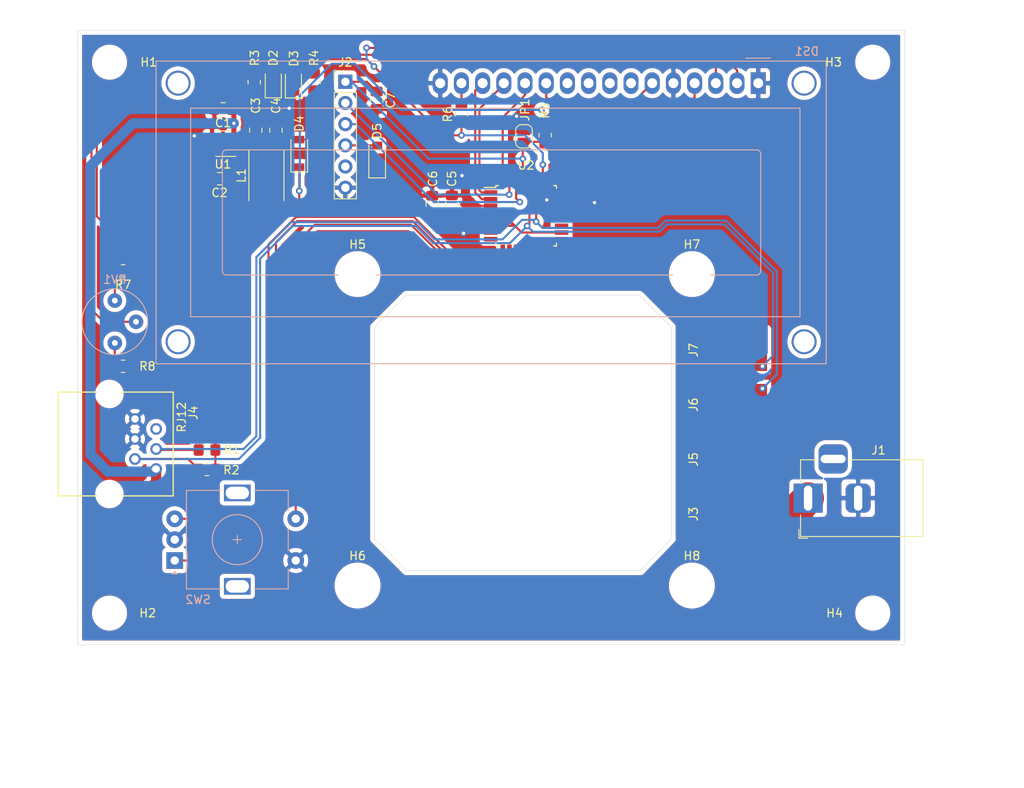
<source format=kicad_pcb>
(kicad_pcb (version 20171130) (host pcbnew 5.1.10-88a1d61d58~90~ubuntu20.04.1)
  (title_block (title Simple-Screen) (date 2021-08-05) (rev 1.1.0) (company Hackuarium))
  (layers (0 F.Cu signal) (31 B.Cu signal) (34 B.Paste user hide) (35 F.Paste user) (36 B.SilkS user) (37 F.SilkS user) (38 B.Mask user hide) (39 F.Mask user) (44 Edge.Cuts user))
  (net 0 "")
  (net 1 GND)
  (net 2 12V)
  (net 3 "Net-(C2-Pad1)")
  (net 4 "Net-(C2-Pad2)")
  (net 5 VIN)
  (net 6 "Net-(D2-Pad2)")
  (net 7 "Net-(D3-Pad2)")
  (net 8 "Net-(DS1-Pad3)")
  (net 9 D3)
  (net 10 D2)
  (net 11 "Net-(DS1-Pad7)")
  (net 12 "Net-(DS1-Pad8)")
  (net 13 "Net-(DS1-Pad9)")
  (net 14 "Net-(DS1-Pad10)")
  (net 15 D4)
  (net 16 D5)
  (net 17 D6)
  (net 18 D7)
  (net 19 "Net-(DS1-Pad15)")
  (net 20 "Net-(J1-Pad3)")
  (net 21 MISO)
  (net 22 SCK)
  (net 23 MOSI)
  (net 24 ~RESET)
  (net 25 SCL)
  (net 26 SDA)
  (net 27 "Net-(J4-Pad5)")
  (net 28 "Net-(R7-Pad2)")
  (net 29 "Net-(R8-Pad1)")
  (net 30 C2)
  (net 31 C1)
  (net 32 C0)
  (net 33 "Net-(U2-Pad7)")
  (net 34 "Net-(U2-Pad8)")
  (net 35 "Net-(U2-Pad12)")
  (net 36 "Net-(U2-Pad13)")
  (net 37 "Net-(U2-Pad14)")
  (net 38 "Net-(U2-Pad19)")
  (net 39 "Net-(U2-Pad20)")
  (net 40 "Net-(U2-Pad22)")
  (net 41 C3)
  (net 42 "/Sheet 5 V Step-down/5V")
  (net 43 "Net-(D5-Pad2)")
  (net 44 "Net-(J2-Pad5)")
  (net 45 RX)
  (net 46 TX)
  (module Connector_Wire:SolderWirePad_1x01_SMD_5x10mm (layer F.Cu) (at 77.584 -35.3345 90)
    (fp_text reference J7 (at 0 -3.81 90) (layer F.SilkS))
    (fp_text value Conn_01x01)
    (pad 1 smd rect (at 0 0 90) (size 5 10) (layers F.Cu F.Paste F.Mask) (net 25 SCL))
  )
  (module Connector_Wire:SolderWirePad_1x01_SMD_5x10mm (layer F.Cu) (at 77.584 -28.7845 90)
    (fp_text reference J6 (at 0 -3.81 90) (layer F.SilkS))
    (fp_text value Conn_01x01)
    (pad 1 smd rect (at 0 0 90) (size 5 10) (layers F.Cu F.Paste F.Mask) (net 26 SDA))
  )
  (module Connector_Wire:SolderWirePad_1x01_SMD_5x10mm (layer F.Cu) (at 77.584 -22.2345 90)
    (fp_text reference J5 (at 0 -3.81 90) (layer F.SilkS))
    (fp_text value Conn_01x01)
    (pad 1 smd rect (at 0 0 90) (size 5 10) (layers F.Cu F.Paste F.Mask) (net 1 GND))
  )
  (module Connector_Wire:SolderWirePad_1x01_SMD_5x10mm (layer F.Cu) (at 77.584 -15.6845 90)
    (fp_text reference J3 (at 0 -3.81 90) (layer F.SilkS))
    (fp_text value Conn_01x01)
    (pad 1 smd rect (at 0 0 90) (size 5 10) (layers F.Cu F.Paste F.Mask) (net 2 12V))
  )
  (module Jumper:SolderJumper-2_P1.3mm_Open_RoundedPad1.0x1.5mm (layer F.Cu) (at 53.467 -60.96 270)
    (fp_text reference JP1 (at -3.175 -0.127 90) (layer F.SilkS))
    (fp_text value SolderJumper_2_Open)
    (pad 2 smd custom (at 0.65 0 270) (size 1 0.5) (layers F.Cu F.Mask) (net 24 ~RESET) (options (clearance outline) (anchor rect)) (primitives (gr_circle (center 0 0.25) (end 0.5 0.25) (width 0)) (gr_circle (center 0 -0.25) (end 0.5 -0.25) (width 0)) (gr_poly (pts (xy 0 -0.75) (xy -0.5 -0.75) (xy -0.5 0.75) (xy 0 0.75)) (width 0))))
    (pad 1 smd custom (at -0.65 0 270) (size 1 0.5) (layers F.Cu F.Mask) (net 1 GND) (options (clearance outline) (anchor rect)) (primitives (gr_circle (center 0 0.25) (end 0.5 0.25) (width 0)) (gr_circle (center 0 -0.25) (end 0.5 -0.25) (width 0)) (gr_poly (pts (xy 0 -0.75) (xy 0.5 -0.75) (xy 0.5 0.75) (xy 0 0.75)) (width 0))))
  )
  (module MountingHole:MountingHole_4.5mm (layer F.Cu) (at 73.584 -7.112)
    (fp_text reference H8 (at 0 -3.556) (layer F.SilkS))
    (fp_text value MountingHole)
    (pad 1 np_thru_hole circle (at 0 0) (size 4.5 4.5) (drill 4.5) (layers *.Cu *.Mask))
  )
  (module MountingHole:MountingHole_4.5mm (layer F.Cu) (at 73.584 -44.45)
    (fp_text reference H7 (at 0 -3.556) (layer F.SilkS))
    (fp_text value MountingHole)
    (pad 1 np_thru_hole circle (at 0 0) (size 4.5 4.5) (drill 4.5) (layers *.Cu *.Mask))
  )
  (module MountingHole:MountingHole_4.5mm (layer F.Cu) (at 33.528 -7.112)
    (fp_text reference H6 (at 0 -3.556) (layer F.SilkS))
    (fp_text value MountingHole)
    (pad 1 np_thru_hole circle (at 0 0) (size 4.5 4.5) (drill 4.5) (layers *.Cu *.Mask))
  )
  (module MountingHole:MountingHole_4.5mm (layer F.Cu) (at 33.528 -44.45)
    (fp_text reference H5 (at 0 -3.556) (layer F.SilkS))
    (fp_text value MountingHole)
    (pad 1 np_thru_hole circle (at 0 0) (size 4.5 4.5) (drill 4.5) (layers *.Cu *.Mask))
  )
  (module Connector_PinHeader_2.54mm:PinHeader_1x06_P2.54mm_Vertical (layer F.Cu) (at 32.065 -67.506)
    (fp_text reference J2 (at 0 -2.33) (layer F.SilkS))
    (fp_text value Conn_01x06)
    (pad 6 thru_hole oval (at 0 12.7) (size 1.7 1.7) (drill 1) (layers *.Cu *.Mask) (net 1 GND))
    (pad 5 thru_hole oval (at 0 10.16) (size 1.7 1.7) (drill 1) (layers *.Cu *.Mask) (net 44 "Net-(J2-Pad5)"))
    (pad 4 thru_hole oval (at 0 7.62) (size 1.7 1.7) (drill 1) (layers *.Cu *.Mask) (net 43 "Net-(D5-Pad2)"))
    (pad 3 thru_hole oval (at 0 5.08) (size 1.7 1.7) (drill 1) (layers *.Cu *.Mask) (net 45 RX))
    (pad 2 thru_hole oval (at 0 2.54) (size 1.7 1.7) (drill 1) (layers *.Cu *.Mask) (net 46 TX))
    (pad 1 thru_hole rect (at 0 0) (size 1.7 1.7) (drill 1) (layers *.Cu *.Mask) (net 24 ~RESET))
  )
  (module Diode_SMD:D_SOD-123 (layer F.Cu) (at 35.8775 -58.2295 90)
    (fp_text reference D5 (at 3.3655 0 90) (layer F.SilkS))
    (fp_text value MBR0520LT)
    (pad 2 smd rect (at 1.65 0 90) (size 0.9 1.2) (layers F.Cu F.Paste F.Mask) (net 43 "Net-(D5-Pad2)"))
    (pad 1 smd rect (at -1.65 0 90) (size 0.9 1.2) (layers F.Cu F.Paste F.Mask) (net 5 VIN))
  )
  (module Diode_SMD:D_SOD-123 (layer F.Cu) (at 26.543 -58.928 90)
    (fp_text reference D4 (at 3.556 0 90) (layer F.SilkS))
    (fp_text value MBR0520LT)
    (pad 2 smd rect (at 1.65 0 90) (size 0.9 1.2) (layers F.Cu F.Paste F.Mask) (net 42 "/Sheet 5 V Step-down/5V"))
    (pad 1 smd rect (at -1.65 0 90) (size 0.9 1.2) (layers F.Cu F.Paste F.Mask) (net 5 VIN))
  )
  (module Capacitor_SMD:C_0805_2012Metric_Pad1.18x1.45mm_HandSolder (layer F.Cu) (at 35.814 -65.2995 270)
    (fp_text reference C7 (at 0 -1.68 90) (layer F.SilkS))
    (fp_text value 100n)
    (pad 2 smd roundrect (at 1.0375 0 270) (size 1.175 1.45) (layers F.Cu F.Paste F.Mask) (roundrect_rratio 0.212766) (net 1 GND))
    (pad 1 smd roundrect (at -1.0375 0 270) (size 1.175 1.45) (layers F.Cu F.Paste F.Mask) (roundrect_rratio 0.212766) (net 24 ~RESET))
  )
  (module Capacitor_SMD:C_0805_2012Metric_Pad1.18x1.45mm_HandSolder (layer F.Cu) (at 17.4205 -64.262 180)
    (fp_text reference C1 (at 0 -1.68) (layer F.SilkS))
    (fp_text value 10u)
    (pad 2 smd roundrect (at 1.0375 0 180) (size 1.175 1.45) (layers F.Cu F.Paste F.Mask) (roundrect_rratio 0.212766) (net 1 GND))
    (pad 1 smd roundrect (at -1.0375 0 180) (size 1.175 1.45) (layers F.Cu F.Paste F.Mask) (roundrect_rratio 0.212766) (net 2 12V))
  )
  (module Capacitor_SMD:C_0805_2012Metric_Pad1.18x1.45mm_HandSolder (layer F.Cu) (at 16.9965 -55.88 180)
    (fp_text reference C2 (at 0 -1.68) (layer F.SilkS))
    (fp_text value 100n)
    (pad 1 smd roundrect (at -1.0375 0 180) (size 1.175 1.45) (layers F.Cu F.Paste F.Mask) (roundrect_rratio 0.212766) (net 3 "Net-(C2-Pad1)"))
    (pad 2 smd roundrect (at 1.0375 0 180) (size 1.175 1.45) (layers F.Cu F.Paste F.Mask) (roundrect_rratio 0.212766) (net 4 "Net-(C2-Pad2)"))
  )
  (module Capacitor_SMD:C_0805_2012Metric_Pad1.18x1.45mm_HandSolder (layer F.Cu) (at 21.336 -61.7005 270)
    (fp_text reference C3 (at -2.9425 0 90) (layer F.SilkS))
    (fp_text value 22u)
    (pad 1 smd roundrect (at -1.0375 0 270) (size 1.175 1.45) (layers F.Cu F.Paste F.Mask) (roundrect_rratio 0.212766) (net 1 GND))
    (pad 2 smd roundrect (at 1.0375 0 270) (size 1.175 1.45) (layers F.Cu F.Paste F.Mask) (roundrect_rratio 0.212766) (net 42 "/Sheet 5 V Step-down/5V"))
  )
  (module Capacitor_SMD:C_0805_2012Metric_Pad1.18x1.45mm_HandSolder (layer F.Cu) (at 23.749 -61.7005 270)
    (fp_text reference C4 (at -2.9425 0 90) (layer F.SilkS))
    (fp_text value 22u)
    (pad 2 smd roundrect (at 1.0375 0 270) (size 1.175 1.45) (layers F.Cu F.Paste F.Mask) (roundrect_rratio 0.212766) (net 42 "/Sheet 5 V Step-down/5V"))
    (pad 1 smd roundrect (at -1.0375 0 270) (size 1.175 1.45) (layers F.Cu F.Paste F.Mask) (roundrect_rratio 0.212766) (net 1 GND))
  )
  (module Capacitor_SMD:C_0805_2012Metric_Pad1.18x1.45mm_HandSolder (layer F.Cu) (at 44.831 -52.8535 90)
    (fp_text reference C5 (at 3.0265 0 90) (layer F.SilkS))
    (fp_text value 10u)
    (pad 1 smd roundrect (at -1.0375 0 90) (size 1.175 1.45) (layers F.Cu F.Paste F.Mask) (roundrect_rratio 0.212766) (net 5 VIN))
    (pad 2 smd roundrect (at 1.0375 0 90) (size 1.175 1.45) (layers F.Cu F.Paste F.Mask) (roundrect_rratio 0.212766) (net 1 GND))
  )
  (module Capacitor_SMD:C_0805_2012Metric_Pad1.18x1.45mm_HandSolder (layer F.Cu) (at 42.465499 -52.8105 90)
    (fp_text reference C6 (at 3.0695 0.079501 90) (layer F.SilkS))
    (fp_text value 100n)
    (pad 2 smd roundrect (at 1.0375 0 90) (size 1.175 1.45) (layers F.Cu F.Paste F.Mask) (roundrect_rratio 0.212766) (net 1 GND))
    (pad 1 smd roundrect (at -1.0375 0 90) (size 1.175 1.45) (layers F.Cu F.Paste F.Mask) (roundrect_rratio 0.212766) (net 5 VIN))
  )
  (module LED_SMD:LED_0805_2012Metric_Pad1.15x1.40mm_HandSolder (layer F.Cu) (at 23.4315 -67.446 90)
    (fp_text reference D2 (at 2.912 0 90) (layer F.SilkS))
    (fp_text value GREEN)
    (pad 2 smd roundrect (at 1.025 0 90) (size 1.15 1.4) (layers F.Cu F.Paste F.Mask) (roundrect_rratio 0.217391) (net 6 "Net-(D2-Pad2)"))
    (pad 1 smd roundrect (at -1.025 0 90) (size 1.15 1.4) (layers F.Cu F.Paste F.Mask) (roundrect_rratio 0.217391) (net 1 GND))
  )
  (module LED_SMD:LED_0805_2012Metric_Pad1.15x1.40mm_HandSolder (layer F.Cu) (at 25.8445 -67.428 90)
    (fp_text reference D3 (at 2.8665 0.0635 90) (layer F.SilkS))
    (fp_text value GREEN)
    (pad 1 smd roundrect (at -1.025 0 90) (size 1.15 1.4) (layers F.Cu F.Paste F.Mask) (roundrect_rratio 0.217391) (net 1 GND))
    (pad 2 smd roundrect (at 1.025 0 90) (size 1.15 1.4) (layers F.Cu F.Paste F.Mask) (roundrect_rratio 0.217391) (net 7 "Net-(D3-Pad2)"))
  )
  (module Display:WC1602A (layer B.Cu) (at 81.53 -67.34 180)
    (fp_text reference DS1 (at -5.82 3.81) (layer B.SilkS) (effects (justify mirror)))
    (fp_text value WC1602A)
    (pad 1 thru_hole rect (at 0 0 180) (size 1.8 2.6) (drill 1.2) (layers *.Cu *.Mask) (net 1 GND))
    (pad 2 thru_hole oval (at 2.54 0 180) (size 1.8 2.6) (drill 1.2) (layers *.Cu *.Mask) (net 41 C3))
    (pad 3 thru_hole oval (at 5.08 0 180) (size 1.8 2.6) (drill 1.2) (layers *.Cu *.Mask) (net 8 "Net-(DS1-Pad3)"))
    (pad 4 thru_hole oval (at 7.62 0 180) (size 1.8 2.6) (drill 1.2) (layers *.Cu *.Mask) (net 32 C0))
    (pad 5 thru_hole oval (at 10.16 0 180) (size 1.8 2.6) (drill 1.2) (layers *.Cu *.Mask) (net 1 GND))
    (pad 6 thru_hole oval (at 12.7 0 180) (size 1.8 2.6) (drill 1.2) (layers *.Cu *.Mask) (net 31 C1))
    (pad 7 thru_hole oval (at 15.24 0 180) (size 1.8 2.6) (drill 1.2) (layers *.Cu *.Mask) (net 11 "Net-(DS1-Pad7)"))
    (pad 8 thru_hole oval (at 17.78 0 180) (size 1.8 2.6) (drill 1.2) (layers *.Cu *.Mask) (net 12 "Net-(DS1-Pad8)"))
    (pad 9 thru_hole oval (at 20.32 0 180) (size 1.8 2.6) (drill 1.2) (layers *.Cu *.Mask) (net 13 "Net-(DS1-Pad9)"))
    (pad 10 thru_hole oval (at 22.86 0 180) (size 1.8 2.6) (drill 1.2) (layers *.Cu *.Mask) (net 14 "Net-(DS1-Pad10)"))
    (pad 11 thru_hole oval (at 25.4 0 180) (size 1.8 2.6) (drill 1.2) (layers *.Cu *.Mask) (net 30 C2))
    (pad 12 thru_hole oval (at 27.94 0 180) (size 1.8 2.6) (drill 1.2) (layers *.Cu *.Mask) (net 10 D2))
    (pad 13 thru_hole oval (at 30.48 0 180) (size 1.8 2.6) (drill 1.2) (layers *.Cu *.Mask) (net 9 D3))
    (pad 14 thru_hole oval (at 33.02 0 180) (size 1.8 2.6) (drill 1.2) (layers *.Cu *.Mask) (net 15 D4))
    (pad 15 thru_hole oval (at 35.56 0 180) (size 1.8 2.6) (drill 1.2) (layers *.Cu *.Mask) (net 19 "Net-(DS1-Pad15)"))
    (pad 16 thru_hole oval (at 38.1 0 180) (size 1.8 2.6) (drill 1.2) (layers *.Cu *.Mask) (net 1 GND))
    (pad "" thru_hole circle (at -5.4991 0 180) (size 3 3) (drill 2.5) (layers *.Cu *.Mask))
    (pad "" thru_hole circle (at -5.4991 -31.0007 180) (size 3 3) (drill 2.5) (layers *.Cu *.Mask))
    (pad "" thru_hole circle (at 69.49948 -31.0007 180) (size 3 3) (drill 2.5) (layers *.Cu *.Mask))
    (pad "" thru_hole circle (at 69.5 0 180) (size 3 3) (drill 2.5) (layers *.Cu *.Mask))
  )
  (module MountingHole:MountingHole_3.2mm_M3 (layer F.Cu) (at 3.81 -69.85)
    (fp_text reference H1 (at 4.699 0) (layer F.SilkS))
    (fp_text value MountingHole)
    (pad 1 np_thru_hole circle (at 0 0) (size 3.2 3.2) (drill 3.2) (layers *.Cu *.Mask))
  )
  (module MountingHole:MountingHole_3.2mm_M3 (layer F.Cu) (at 3.81 -3.81)
    (fp_text reference H2 (at 4.572 0) (layer F.SilkS))
    (fp_text value MountingHole)
    (pad "" np_thru_hole circle (at 0 0) (size 3.2 3.2) (drill 3.2) (layers *.Cu *.Mask))
  )
  (module MountingHole:MountingHole_3.2mm_M3 (layer F.Cu) (at 95.25 -69.85)
    (fp_text reference H3 (at -4.699 0) (layer F.SilkS))
    (fp_text value MountingHole)
    (pad 1 np_thru_hole circle (at 0 0) (size 3.2 3.2) (drill 3.2) (layers *.Cu *.Mask))
  )
  (module MountingHole:MountingHole_3.2mm_M3 (layer F.Cu) (at 95.25 -3.81)
    (fp_text reference H4 (at -4.572 0) (layer F.SilkS))
    (fp_text value MountingHole)
    (pad 1 np_thru_hole circle (at 0 0) (size 3.2 3.2) (drill 3.2) (layers *.Cu *.Mask))
  )
  (module Connector_BarrelJack:BarrelJack_Horizontal (layer F.Cu) (at 87.503 -17.5895 180)
    (fp_text reference J1 (at -8.45 5.75) (layer F.SilkS))
    (fp_text value Barrel_Jack_MountingPin)
    (pad 1 thru_hole rect (at 0 0 180) (size 3.5 3.5) (drill oval 1 3) (layers *.Cu *.Mask) (net 2 12V))
    (pad 2 thru_hole roundrect (at -6 0 180) (size 3 3.5) (drill oval 1 3) (layers *.Cu *.Mask) (net 1 GND))
    (pad 3 thru_hole roundrect (at -3 4.7 180) (size 3.5 3.5) (drill oval 3 1) (layers *.Cu *.Mask) (net 20 "Net-(J1-Pad3)"))
  )
  (module incubator:E5566-Q0LK22-L (layer F.Cu) (at 9.398 -21.082 90)
    (fp_text reference J4 (at 6.731 4.445 90) (layer F.SilkS))
    (fp_text value RJ12 (at 6.223 3.048 90) (layer F.SilkS))
    (fp_text user * (at 0 0 90) (layer F.SilkS))
    (pad 1 thru_hole circle (at 0 0 90) (size 1.397 1.397) (drill 0.889) (layers *.Cu *.Mask) (net 2 12V))
    (pad 2 thru_hole circle (at 1.2 -2.54 90) (size 1.397 1.397) (drill 0.889) (layers *.Cu *.Mask) (net 25 SCL))
    (pad 3 thru_hole circle (at 2.4 0 90) (size 1.397 1.397) (drill 0.889) (layers *.Cu *.Mask) (net 26 SDA))
    (pad 4 thru_hole circle (at 3.6 -2.54 90) (size 1.397 1.397) (drill 0.889) (layers *.Cu *.Mask) (net 1 GND))
    (pad 5 thru_hole circle (at 4.800001 0 90) (size 1.397 1.397) (drill 0.889) (layers *.Cu *.Mask) (net 27 "Net-(J4-Pad5)"))
    (pad 6 thru_hole circle (at 6.000001 -2.54 90) (size 1.397 1.397) (drill 0.889) (layers *.Cu *.Mask) (net 1 GND))
    (pad 7 np_thru_hole circle (at -3 -5.6 90) (size 2.413 2.413) (drill 2.413) (layers *.Cu *.Mask))
    (pad 8 np_thru_hole circle (at 8.999998 -5.6 90) (size 2.413 2.413) (drill 2.413) (layers *.Cu *.Mask))
  )
  (module Inductor_SMD:L_Taiyo-Yuden_NR-40xx_HandSoldering (layer F.Cu) (at 22.606 -56.266 90)
    (fp_text reference L1 (at 0 -3 90) (layer F.SilkS))
    (fp_text value 4.7u)
    (pad 1 smd rect (at -1.9 0 90) (size 2.2 3.9) (layers F.Cu F.Paste F.Mask) (net 3 "Net-(C2-Pad1)"))
    (pad 2 smd rect (at 1.9 0 90) (size 2.2 3.9) (layers F.Cu F.Paste F.Mask) (net 42 "/Sheet 5 V Step-down/5V"))
  )
  (module Resistor_SMD:R_0805_2012Metric_Pad1.20x1.40mm_HandSolder (layer F.Cu) (at 15.494 -23.368 180)
    (fp_text reference R1 (at -2.9845 0) (layer F.SilkS))
    (fp_text value 10k)
    (pad 1 smd roundrect (at -1 0 180) (size 1.2 1.4) (layers F.Cu F.Paste F.Mask) (roundrect_rratio 0.208333) (net 5 VIN))
    (pad 2 smd roundrect (at 1 0 180) (size 1.2 1.4) (layers F.Cu F.Paste F.Mask) (roundrect_rratio 0.208333) (net 26 SDA))
  )
  (module Resistor_SMD:R_0805_2012Metric_Pad1.20x1.40mm_HandSolder (layer F.Cu) (at 15.494 -21.0185 180)
    (fp_text reference R2 (at -2.921 -0.0635) (layer F.SilkS))
    (fp_text value 10k)
    (pad 2 smd roundrect (at 1 0 180) (size 1.2 1.4) (layers F.Cu F.Paste F.Mask) (roundrect_rratio 0.208333) (net 25 SCL))
    (pad 1 smd roundrect (at -1 0 180) (size 1.2 1.4) (layers F.Cu F.Paste F.Mask) (roundrect_rratio 0.208333) (net 5 VIN))
  )
  (module Resistor_SMD:R_0805_2012Metric_Pad1.20x1.40mm_HandSolder (layer F.Cu) (at 21.1455 -67.453 90)
    (fp_text reference R3 (at 2.905 0.0635 90) (layer F.SilkS))
    (fp_text value 10k)
    (pad 1 smd roundrect (at -1 0 90) (size 1.2 1.4) (layers F.Cu F.Paste F.Mask) (roundrect_rratio 0.208333) (net 2 12V))
    (pad 2 smd roundrect (at 1 0 90) (size 1.2 1.4) (layers F.Cu F.Paste F.Mask) (roundrect_rratio 0.208333) (net 6 "Net-(D2-Pad2)"))
  )
  (module Resistor_SMD:R_0805_2012Metric_Pad1.20x1.40mm_HandSolder (layer F.Cu) (at 28.321 -67.4845 90)
    (fp_text reference R4 (at 2.8735 0 90) (layer F.SilkS))
    (fp_text value 1k)
    (pad 2 smd roundrect (at 1 0 90) (size 1.2 1.4) (layers F.Cu F.Paste F.Mask) (roundrect_rratio 0.208333) (net 7 "Net-(D3-Pad2)"))
    (pad 1 smd roundrect (at -1 0 90) (size 1.2 1.4) (layers F.Cu F.Paste F.Mask) (roundrect_rratio 0.208333) (net 42 "/Sheet 5 V Step-down/5V"))
  )
  (module Resistor_SMD:R_0805_2012Metric_Pad1.20x1.40mm_HandSolder (layer F.Cu) (at 56.007 -61.103 270)
    (fp_text reference R5 (at -2.937 0 90) (layer F.SilkS))
    (fp_text value 100k)
    (pad 1 smd roundrect (at -1 0 270) (size 1.2 1.4) (layers F.Cu F.Paste F.Mask) (roundrect_rratio 0.208333) (net 5 VIN))
    (pad 2 smd roundrect (at 1 0 270) (size 1.2 1.4) (layers F.Cu F.Paste F.Mask) (roundrect_rratio 0.208333) (net 24 ~RESET))
  )
  (module Resistor_SMD:R_0805_2012Metric_Pad1.20x1.40mm_HandSolder (layer F.Cu) (at 45.974 -63.627 90)
    (fp_text reference R6 (at 0 -1.65 270) (layer F.SilkS))
    (fp_text value 0)
    (pad 2 smd roundrect (at 1 0 90) (size 1.2 1.4) (layers F.Cu F.Paste F.Mask) (roundrect_rratio 0.208333) (net 19 "Net-(DS1-Pad15)"))
    (pad 1 smd roundrect (at -1 0 90) (size 1.2 1.4) (layers F.Cu F.Paste F.Mask) (roundrect_rratio 0.208333) (net 41 C3))
  )
  (module Resistor_SMD:R_0805_2012Metric_Pad1.20x1.40mm_HandSolder (layer F.Cu) (at 5.445 -44.831 180)
    (fp_text reference R7 (at 0 -1.65) (layer F.SilkS))
    (fp_text value 100)
    (pad 2 smd roundrect (at 1 0 180) (size 1.2 1.4) (layers F.Cu F.Paste F.Mask) (roundrect_rratio 0.208333) (net 28 "Net-(R7-Pad2)"))
    (pad 1 smd roundrect (at -1 0 180) (size 1.2 1.4) (layers F.Cu F.Paste F.Mask) (roundrect_rratio 0.208333) (net 41 C3))
  )
  (module Resistor_SMD:R_0805_2012Metric_Pad1.20x1.40mm_HandSolder (layer F.Cu) (at 5.445 -33.401)
    (fp_text reference R8 (at 2.905 0 180) (layer F.SilkS))
    (fp_text value 100)
    (pad 1 smd roundrect (at -1 0) (size 1.2 1.4) (layers F.Cu F.Paste F.Mask) (roundrect_rratio 0.208333) (net 29 "Net-(R8-Pad1)"))
    (pad 2 smd roundrect (at 1 0) (size 1.2 1.4) (layers F.Cu F.Paste F.Mask) (roundrect_rratio 0.208333) (net 1 GND))
  )
  (module Potentiometer_THT:Potentiometer_Bourns_3339P_Vertical_HandSoldering (layer B.Cu) (at 4.445 -36.195 180)
    (fp_text reference RV1 (at 0 7.6) (layer B.SilkS) (effects (justify mirror)))
    (fp_text value 10k)
    (pad 3 thru_hole circle (at 0 5.08 180) (size 1.75 1.75) (drill 0.7) (layers *.Cu *.Mask) (net 28 "Net-(R7-Pad2)"))
    (pad 2 thru_hole circle (at -2.54 2.54 180) (size 1.75 1.75) (drill 0.7) (layers *.Cu *.Mask) (net 8 "Net-(DS1-Pad3)"))
    (pad 1 thru_hole circle (at 0 0 180) (size 1.75 1.75) (drill 0.7) (layers *.Cu *.Mask) (net 29 "Net-(R8-Pad1)"))
  )
  (module Rotary_Encoder:RotaryEncoder_Alps_EC11E-Switch_Vertical_H20mm (layer B.Cu) (at 11.6206 -10.1151)
    (fp_text reference SW2 (at 2.8 4.7) (layer B.SilkS) (effects (justify mirror)))
    (fp_text value Rotary_Encoder_Switch)
    (pad S1 thru_hole circle (at 14.5 -5) (size 2 2) (drill 1) (layers *.Cu *.Mask) (net 18 D7))
    (pad S2 thru_hole circle (at 14.5 0) (size 2 2) (drill 1) (layers *.Cu *.Mask) (net 1 GND))
    (pad MP thru_hole rect (at 7.5 -8.1) (size 3.2 2) (drill oval 2.8 1.5) (layers *.Cu *.Mask))
    (pad MP thru_hole rect (at 7.5 3.1) (size 3.2 2) (drill oval 2.8 1.5) (layers *.Cu *.Mask))
    (pad B thru_hole circle (at 0 -5) (size 2 2) (drill 1) (layers *.Cu *.Mask) (net 16 D5))
    (pad C thru_hole circle (at 0 -2.5) (size 2 2) (drill 1) (layers *.Cu *.Mask) (net 1 GND))
    (pad A thru_hole rect (at 0 0) (size 2 2) (drill 1) (layers *.Cu *.Mask) (net 17 D6))
  )
  (module Package_TO_SOT_SMD:TSOT-23-6 (layer F.Cu) (at 17.399 -60.071 180)
    (fp_text reference U1 (at 0 -2.45) (layer F.SilkS))
    (fp_text value AP63205WU)
    (pad 1 smd rect (at -1.31 -0.95 180) (size 1.22 0.65) (layers F.Cu F.Paste F.Mask) (net 42 "/Sheet 5 V Step-down/5V"))
    (pad 2 smd rect (at -1.31 0 180) (size 1.22 0.65) (layers F.Cu F.Paste F.Mask) (net 2 12V))
    (pad 3 smd rect (at -1.31 0.95 180) (size 1.22 0.65) (layers F.Cu F.Paste F.Mask) (net 2 12V))
    (pad 4 smd rect (at 1.31 0.95 180) (size 1.22 0.65) (layers F.Cu F.Paste F.Mask) (net 1 GND))
    (pad 5 smd rect (at 1.31 0 180) (size 1.22 0.65) (layers F.Cu F.Paste F.Mask) (net 3 "Net-(C2-Pad1)"))
    (pad 6 smd rect (at 1.31 -0.95 180) (size 1.22 0.65) (layers F.Cu F.Paste F.Mask) (net 4 "Net-(C2-Pad2)"))
  )
  (module Package_QFP:TQFP-32_7x7mm_P0.8mm (layer F.Cu) (at 53.721 -51.435)
    (fp_text reference U2 (at 0 -6.05) (layer F.SilkS))
    (fp_text value ATmega328P-AU)
    (pad 1 smd rect (at -4.25 -2.8) (size 1.6 0.55) (layers F.Cu F.Paste F.Mask) (net 9 D3))
    (pad 2 smd rect (at -4.25 -2) (size 1.6 0.55) (layers F.Cu F.Paste F.Mask) (net 15 D4))
    (pad 3 smd rect (at -4.25 -1.2) (size 1.6 0.55) (layers F.Cu F.Paste F.Mask) (net 1 GND))
    (pad 4 smd rect (at -4.25 -0.4) (size 1.6 0.55) (layers F.Cu F.Paste F.Mask) (net 5 VIN))
    (pad 5 smd rect (at -4.25 0.4) (size 1.6 0.55) (layers F.Cu F.Paste F.Mask) (net 1 GND))
    (pad 6 smd rect (at -4.25 1.2) (size 1.6 0.55) (layers F.Cu F.Paste F.Mask) (net 5 VIN))
    (pad 7 smd rect (at -4.25 2) (size 1.6 0.55) (layers F.Cu F.Paste F.Mask) (net 33 "Net-(U2-Pad7)"))
    (pad 8 smd rect (at -4.25 2.8) (size 1.6 0.55) (layers F.Cu F.Paste F.Mask) (net 34 "Net-(U2-Pad8)"))
    (pad 9 smd rect (at -2.8 4.25 90) (size 1.6 0.55) (layers F.Cu F.Paste F.Mask) (net 16 D5))
    (pad 10 smd rect (at -2 4.25 90) (size 1.6 0.55) (layers F.Cu F.Paste F.Mask) (net 17 D6))
    (pad 11 smd rect (at -1.2 4.25 90) (size 1.6 0.55) (layers F.Cu F.Paste F.Mask) (net 18 D7))
    (pad 12 smd rect (at -0.4 4.25 90) (size 1.6 0.55) (layers F.Cu F.Paste F.Mask) (net 35 "Net-(U2-Pad12)"))
    (pad 13 smd rect (at 0.4 4.25 90) (size 1.6 0.55) (layers F.Cu F.Paste F.Mask) (net 36 "Net-(U2-Pad13)"))
    (pad 14 smd rect (at 1.2 4.25 90) (size 1.6 0.55) (layers F.Cu F.Paste F.Mask) (net 37 "Net-(U2-Pad14)"))
    (pad 15 smd rect (at 2 4.25 90) (size 1.6 0.55) (layers F.Cu F.Paste F.Mask) (net 23 MOSI))
    (pad 16 smd rect (at 2.8 4.25 90) (size 1.6 0.55) (layers F.Cu F.Paste F.Mask) (net 21 MISO))
    (pad 17 smd rect (at 4.25 2.8) (size 1.6 0.55) (layers F.Cu F.Paste F.Mask) (net 22 SCK))
    (pad 18 smd rect (at 4.25 2) (size 1.6 0.55) (layers F.Cu F.Paste F.Mask) (net 5 VIN))
    (pad 19 smd rect (at 4.25 1.2) (size 1.6 0.55) (layers F.Cu F.Paste F.Mask) (net 38 "Net-(U2-Pad19)"))
    (pad 20 smd rect (at 4.25 0.4) (size 1.6 0.55) (layers F.Cu F.Paste F.Mask) (net 39 "Net-(U2-Pad20)"))
    (pad 21 smd rect (at 4.25 -0.4) (size 1.6 0.55) (layers F.Cu F.Paste F.Mask) (net 1 GND))
    (pad 22 smd rect (at 4.25 -1.2) (size 1.6 0.55) (layers F.Cu F.Paste F.Mask) (net 40 "Net-(U2-Pad22)"))
    (pad 23 smd rect (at 4.25 -2) (size 1.6 0.55) (layers F.Cu F.Paste F.Mask) (net 32 C0))
    (pad 24 smd rect (at 4.25 -2.8) (size 1.6 0.55) (layers F.Cu F.Paste F.Mask) (net 31 C1))
    (pad 25 smd rect (at 2.8 -4.25 90) (size 1.6 0.55) (layers F.Cu F.Paste F.Mask) (net 30 C2))
    (pad 26 smd rect (at 2 -4.25 90) (size 1.6 0.55) (layers F.Cu F.Paste F.Mask) (net 41 C3))
    (pad 27 smd rect (at 1.2 -4.25 90) (size 1.6 0.55) (layers F.Cu F.Paste F.Mask) (net 26 SDA))
    (pad 28 smd rect (at 0.4 -4.25 90) (size 1.6 0.55) (layers F.Cu F.Paste F.Mask) (net 25 SCL))
    (pad 29 smd rect (at -0.4 -4.25 90) (size 1.6 0.55) (layers F.Cu F.Paste F.Mask) (net 24 ~RESET))
    (pad 30 smd rect (at -1.2 -4.25 90) (size 1.6 0.55) (layers F.Cu F.Paste F.Mask) (net 45 RX))
    (pad 31 smd rect (at -2 -4.25 90) (size 1.6 0.55) (layers F.Cu F.Paste F.Mask) (net 46 TX))
    (pad 32 smd rect (at -2.8 -4.25 90) (size 1.6 0.55) (layers F.Cu F.Paste F.Mask) (net 10 D2))
  )
  (gr_line (start 35.56 -38.1) (end 35.56 -12.7) (layer Edge.Cuts) (width 0.05))
  (gr_line (start 39.37 -41.91) (end 35.56 -38.1) (layer Edge.Cuts) (width 0.05))
  (gr_line (start 67.31 -41.91) (end 39.37 -41.91) (layer Edge.Cuts) (width 0.05))
  (gr_line (start 71.12 -38.1) (end 67.31 -41.91) (layer Edge.Cuts) (width 0.05))
  (gr_line (start 67.437 -8.89) (end 71.12 -12.7) (layer Edge.Cuts) (width 0.05))
  (gr_line (start 39.37 -8.89) (end 67.437 -8.89) (layer Edge.Cuts) (width 0.05))
  (gr_line (start 35.56 -12.7) (end 39.37 -8.89) (layer Edge.Cuts) (width 0.05))
  (gr_line (start 71.12 -12.7) (end 71.12 -38.1) (layer Edge.Cuts) (width 0.05))
  (gr_line (start 0 -73.66) (end 0 0) (layer Edge.Cuts) (width 0.05))
  (gr_line (start 99.06 -73.66) (end 0 -73.66) (layer Edge.Cuts) (width 0.05))
  (gr_line (start 99.06 0) (end 99.06 -73.66) (layer Edge.Cuts) (width 0.05))
  (gr_line (start 0 0) (end 99.06 0) (layer Edge.Cuts) (width 0.05))
  (via (at 82.042 -30.734) (size 0.8) (drill 0.4) (layers F.Cu B.Cu) (net 26))
  (via (at 82.042 -33.401) (size 0.8) (drill 0.4) (layers F.Cu B.Cu) (net 25))
  (via (at 52.578 -63.373) (size 0.8) (drill 0.4) (layers F.Cu B.Cu) (net 1))
  (via (at 46.0375 -56.261) (size 0.8) (drill 0.4) (layers F.Cu B.Cu) (net 1))
  (via (at 46.228 -49.3395) (size 0.8) (drill 0.4) (layers F.Cu B.Cu) (net 1))
  (via (at 56.1975 -53.34) (size 0.8) (drill 0.4) (layers F.Cu B.Cu) (net 1))
  (via (at 61.9125 -53.0225) (size 0.8) (drill 0.4) (layers F.Cu B.Cu) (net 1))
  (segment (start 47.9235 -51.035) (end 46.228 -49.3395) (width 0.25) (layer F.Cu) (net 1))
  (segment (start 49.471 -51.035) (end 47.9235 -51.035) (width 0.25) (layer F.Cu) (net 1))
  (segment (start 46.0375 -56.261) (end 46.0375 -54.102) (width 0.25) (layer F.Cu) (net 1))
  (segment (start 47.5045 -52.635) (end 49.471 -52.635) (width 0.25) (layer F.Cu) (net 1))
  (segment (start 46.0375 -54.102) (end 47.5045 -52.635) (width 0.25) (layer F.Cu) (net 1))
  (segment (start 56.6865 -51.835) (end 57.971 -51.835) (width 0.25) (layer F.Cu) (net 1))
  (segment (start 61.9125 -53.0225) (end 61.341 -53.0225) (width 0.25) (layer F.Cu) (net 1))
  (segment (start 60.1535 -51.835) (end 57.971 -51.835) (width 0.25) (layer F.Cu) (net 1))
  (segment (start 61.341 -53.0225) (end 60.1535 -51.835) (width 0.25) (layer F.Cu) (net 1))
  (segment (start 56.1975 -52.324) (end 56.6865 -51.835) (width 0.25) (layer F.Cu) (net 1))
  (segment (start 56.1975 -53.34) (end 56.1975 -52.324) (width 0.25) (layer F.Cu) (net 1))
  (via (at 13.97 -61.0235) (size 0.8) (drill 0.4) (layers F.Cu B.Cu) (net 1))
  (via (at 25.3365 -64.3255) (size 0.8) (drill 0.4) (layers F.Cu B.Cu) (net 1))
  (segment (start 13.9725 -61.021) (end 13.97 -61.0235) (width 0.25) (layer F.Cu) (net 1))
  (segment (start 16.089 -61.021) (end 13.9725 -61.021) (width 0.25) (layer F.Cu) (net 1))
  (segment (start 18.709 -64.011) (end 18.458 -64.262) (width 0.6096) (layer F.Cu) (net 2))
  (segment (start 18.709 -61.021) (end 18.709 -62.524) (width 0.6096) (layer F.Cu) (net 2))
  (segment (start 18.709 -61.021) (end 18.709 -60.071) (width 0.6096) (layer F.Cu) (net 2))
  (segment (start 21.1455 -66.453) (end 21.1455 -65.4685) (width 0.25) (layer F.Cu) (net 2))
  (segment (start 19.939 -64.262) (end 18.458 -64.262) (width 0.25) (layer F.Cu) (net 2))
  (segment (start 21.1455 -65.4685) (end 19.939 -64.262) (width 0.25) (layer F.Cu) (net 2))
  (segment (start 85.598 -15.6845) (end 87.503 -17.5895) (width 3.81) (layer F.Cu) (net 2))
  (segment (start 9.398 -21.082) (end 9.398 -19.558) (width 1.2192) (layer F.Cu) (net 2))
  (segment (start 9.398 -19.558) (end 7.62 -17.78) (width 1.2192) (layer F.Cu) (net 2))
  (segment (start 7.62 -17.78) (end 7.62 -3.81) (width 1.2192) (layer F.Cu) (net 2))
  (segment (start 7.62 -3.81) (end 8.89 -2.54) (width 1.2192) (layer F.Cu) (net 2))
  (segment (start 8.89 -2.54) (end 83.82 -2.54) (width 1.2192) (layer F.Cu) (net 2))
  (segment (start 87.503 -6.223) (end 87.503 -17.5895) (width 1.2192) (layer F.Cu) (net 2))
  (segment (start 83.82 -2.54) (end 87.503 -6.223) (width 1.2192) (layer F.Cu) (net 2))
  (segment (start 18.709 -62.524) (end 18.709 -64.011) (width 0.6096) (layer F.Cu) (net 2))
  (via (at 18.709 -62.524) (size 0.8) (drill 0.4) (layers F.Cu B.Cu) (net 2))
  (segment (start 6.644 -62.524) (end 18.709 -62.524) (width 1.2192) (layer B.Cu) (net 2))
  (segment (start 1.524 -57.404) (end 6.644 -62.524) (width 1.2192) (layer B.Cu) (net 2))
  (segment (start 1.524 -22.86) (end 1.524 -57.404) (width 1.2192) (layer B.Cu) (net 2))
  (segment (start 3.610101 -20.773899) (end 1.524 -22.86) (width 1.2192) (layer B.Cu) (net 2))
  (segment (start 9.089899 -20.773899) (end 3.610101 -20.773899) (width 1.2192) (layer B.Cu) (net 2))
  (segment (start 9.398 -21.082) (end 9.089899 -20.773899) (width 1.2192) (layer B.Cu) (net 2))
  (segment (start 77.584 -15.6845) (end 85.598 -15.6845) (width 3.81) (layer F.Cu) (net 2))
  (segment (start 18.034 -55.88) (end 18.034 -57.15) (width 0.25) (layer F.Cu) (net 3))
  (segment (start 18.034 -57.15) (end 17.3355 -57.8485) (width 0.25) (layer F.Cu) (net 3))
  (segment (start 16.659002 -60.071) (end 16.089 -60.071) (width 0.25) (layer F.Cu) (net 3))
  (segment (start 17.3355 -59.394502) (end 16.659002 -60.071) (width 0.25) (layer F.Cu) (net 3))
  (segment (start 17.3355 -57.8485) (end 17.3355 -59.394502) (width 0.25) (layer F.Cu) (net 3))
  (segment (start 18.034 -55.88) (end 18.034 -55.1815) (width 0.25) (layer F.Cu) (net 3))
  (segment (start 18.8495 -54.366) (end 22.606 -54.366) (width 0.25) (layer F.Cu) (net 3))
  (segment (start 18.034 -55.1815) (end 18.8495 -54.366) (width 0.25) (layer F.Cu) (net 3))
  (segment (start 16.089 -56.01) (end 15.959 -55.88) (width 0.25) (layer F.Cu) (net 4))
  (segment (start 16.089 -59.121) (end 16.089 -56.01) (width 0.25) (layer F.Cu) (net 4))
  (segment (start 49.471 -51.835) (end 50.781 -51.835) (width 0.25) (layer F.Cu) (net 5))
  (segment (start 52.013 -50.603) (end 52.0065 -50.6095) (width 0.25) (layer F.Cu) (net 5))
  (segment (start 52.013 -50.235) (end 52.013 -50.603) (width 0.25) (layer F.Cu) (net 5))
  (segment (start 52.0065 -50.6095) (end 52.381 -50.235) (width 0.25) (layer F.Cu) (net 5))
  (segment (start 50.781 -51.835) (end 52.0065 -50.6095) (width 0.25) (layer F.Cu) (net 5))
  (segment (start 49.471 -50.235) (end 50.984 -50.235) (width 0.25) (layer F.Cu) (net 5))
  (segment (start 52.013 -50.235) (end 52.381 -50.235) (width 0.25) (layer F.Cu) (net 5))
  (segment (start 50.984 -50.235) (end 52.013 -50.235) (width 0.25) (layer F.Cu) (net 5))
  (segment (start 49.471 -51.835) (end 36.684 -51.835) (width 0.25) (layer F.Cu) (net 5))
  (segment (start 26.543 -57.278) (end 26.543 -54.4195) (width 0.25) (layer F.Cu) (net 5))
  (segment (start 28.175 -51.835) (end 33.001 -51.835) (width 0.25) (layer F.Cu) (net 5))
  (segment (start 32.747 -51.835) (end 33.001 -51.835) (width 0.25) (layer F.Cu) (net 5))
  (segment (start 53.181 -49.435) (end 52.381 -50.235) (width 0.25) (layer F.Cu) (net 5))
  (segment (start 57.971 -49.435) (end 53.181 -49.435) (width 0.25) (layer F.Cu) (net 5))
  (segment (start 16.494 -21.0185) (end 16.494 -23.368) (width 0.25) (layer F.Cu) (net 5))
  (segment (start 16.494 -23.368) (end 16.494 -44.2435) (width 0.25) (layer F.Cu) (net 5))
  (segment (start 16.494 -44.2435) (end 24.0855 -51.835) (width 0.25) (layer F.Cu) (net 5))
  (segment (start 27.84475 -52.16525) (end 27.84475 -52.10175) (width 0.25) (layer F.Cu) (net 5))
  (segment (start 27.84475 -52.10175) (end 27.578 -51.835) (width 0.25) (layer F.Cu) (net 5))
  (segment (start 27.578 -51.835) (end 28.175 -51.835) (width 0.25) (layer F.Cu) (net 5))
  (segment (start 24.0855 -51.835) (end 27.578 -51.835) (width 0.25) (layer F.Cu) (net 5))
  (segment (start 26.543 -53.467) (end 27.84475 -52.16525) (width 0.25) (layer F.Cu) (net 5))
  (segment (start 27.84475 -52.16525) (end 28.175 -51.835) (width 0.25) (layer F.Cu) (net 5))
  (segment (start 56.007 -62.103) (end 56.007 -63.6905) (width 0.25) (layer F.Cu) (net 5))
  (segment (start 56.007 -63.6905) (end 55.5625 -64.135) (width 0.25) (layer F.Cu) (net 5))
  (segment (start 55.5625 -64.135) (end 55.5625 -64.135) (width 0.25) (layer F.Cu) (net 5))
  (via (at 55.5625 -64.135) (size 0.8) (drill 0.4) (layers F.Cu B.Cu) (net 5))
  (segment (start 55.5625 -64.135) (end 38.735 -64.135) (width 0.25) (layer B.Cu) (net 5))
  (segment (start 38.735 -64.135) (end 33.2105 -69.6595) (width 0.25) (layer B.Cu) (net 5))
  (segment (start 33.2105 -69.6595) (end 30.4165 -69.6595) (width 0.25) (layer B.Cu) (net 5))
  (segment (start 30.4165 -69.6595) (end 26.6065 -65.8495) (width 0.25) (layer B.Cu) (net 5))
  (segment (start 26.543 -54.4195) (end 26.543 -53.467) (width 0.25) (layer F.Cu) (net 5))
  (via (at 26.543 -54.4195) (size 0.8) (drill 0.4) (layers F.Cu B.Cu) (net 5))
  (segment (start 26.6065 -54.483) (end 26.543 -54.4195) (width 0.25) (layer B.Cu) (net 5))
  (segment (start 26.6065 -65.8495) (end 26.6065 -54.483) (width 0.25) (layer B.Cu) (net 5))
  (segment (start 35.8775 -52.1335) (end 36.176 -51.835) (width 0.25) (layer F.Cu) (net 5))
  (segment (start 35.8775 -56.5795) (end 35.8775 -52.1335) (width 0.25) (layer F.Cu) (net 5))
  (segment (start 36.176 -51.835) (end 36.684 -51.835) (width 0.25) (layer F.Cu) (net 5))
  (segment (start 35.8775 -52.1335) (end 35.579 -51.835) (width 0.25) (layer F.Cu) (net 5))
  (segment (start 35.579 -51.835) (end 36.176 -51.835) (width 0.25) (layer F.Cu) (net 5))
  (segment (start 33.001 -51.835) (end 35.579 -51.835) (width 0.25) (layer F.Cu) (net 5))
  (segment (start 23.4135 -68.453) (end 23.4315 -68.471) (width 0.25) (layer F.Cu) (net 6))
  (segment (start 21.1455 -68.453) (end 23.4135 -68.453) (width 0.25) (layer F.Cu) (net 6))
  (segment (start 28.2895 -68.453) (end 28.321 -68.4845) (width 0.25) (layer F.Cu) (net 7))
  (segment (start 25.8445 -68.453) (end 28.2895 -68.453) (width 0.25) (layer F.Cu) (net 7))
  (segment (start 76.45 -67.34) (end 76.45 -69.219) (width 0.25) (layer F.Cu) (net 8))
  (segment (start 76.45 -69.219) (end 74.93 -70.739) (width 0.25) (layer F.Cu) (net 8))
  (segment (start 74.93 -70.739) (end 9.9695 -70.739) (width 0.25) (layer F.Cu) (net 8))
  (segment (start 9.9695 -70.739) (end 9.906 -70.739) (width 0.25) (layer F.Cu) (net 8))
  (segment (start 9.906 -70.739) (end 1.651 -62.484) (width 0.25) (layer F.Cu) (net 8))
  (segment (start 1.651 -62.484) (end 1.651 -40.1955) (width 0.25) (layer F.Cu) (net 8))
  (segment (start 3.1115 -38.735) (end 6.985 -38.735) (width 0.25) (layer F.Cu) (net 8))
  (segment (start 1.651 -40.1955) (end 3.1115 -38.735) (width 0.25) (layer F.Cu) (net 8))
  (segment (start 48.133 -54.495) (end 48.393 -54.235) (width 0.25) (layer F.Cu) (net 9))
  (segment (start 48.393 -54.235) (end 49.471 -54.235) (width 0.25) (layer F.Cu) (net 9))
  (segment (start 48.133 -64.262) (end 48.133 -54.495) (width 0.25) (layer F.Cu) (net 9))
  (segment (start 51.05 -67.179) (end 48.133 -64.262) (width 0.25) (layer F.Cu) (net 9))
  (segment (start 51.05 -67.34) (end 51.05 -67.179) (width 0.25) (layer F.Cu) (net 9))
  (segment (start 50.921 -55.685) (end 50.921 -63.24) (width 0.25) (layer F.Cu) (net 10))
  (segment (start 53.59 -65.909) (end 53.59 -67.34) (width 0.25) (layer F.Cu) (net 10))
  (segment (start 50.921 -63.24) (end 53.59 -65.909) (width 0.25) (layer F.Cu) (net 10))
  (segment (start 48.421 -53.435) (end 47.625 -54.231) (width 0.25) (layer F.Cu) (net 15))
  (segment (start 49.471 -53.435) (end 48.421 -53.435) (width 0.25) (layer F.Cu) (net 15))
  (segment (start 47.625 -66.455) (end 48.51 -67.34) (width 0.25) (layer F.Cu) (net 15))
  (segment (start 47.625 -54.231) (end 47.625 -66.455) (width 0.25) (layer F.Cu) (net 15))
  (segment (start 50.921 -47.185) (end 50.921 -46.135) (width 0.25) (layer F.Cu) (net 16))
  (segment (start 20.1951 -15.1151) (end 11.6206 -15.1151) (width 0.25) (layer F.Cu) (net 16))
  (segment (start 22.86 -17.78) (end 20.1951 -15.1151) (width 0.25) (layer F.Cu) (net 16))
  (segment (start 26.162 -51.308) (end 22.86 -48.006) (width 0.25) (layer F.Cu) (net 16))
  (segment (start 40.259 -51.308) (end 26.162 -51.308) (width 0.25) (layer F.Cu) (net 16))
  (segment (start 45.847 -45.72) (end 40.259 -51.308) (width 0.25) (layer F.Cu) (net 16))
  (segment (start 50.8 -45.72) (end 45.847 -45.72) (width 0.25) (layer F.Cu) (net 16))
  (segment (start 22.86 -48.006) (end 22.86 -17.78) (width 0.25) (layer F.Cu) (net 16))
  (segment (start 50.921 -45.841) (end 50.8 -45.72) (width 0.25) (layer F.Cu) (net 16))
  (segment (start 50.921 -47.185) (end 50.921 -45.841) (width 0.25) (layer F.Cu) (net 16))
  (segment (start 15.83151 -10.1151) (end 11.6206 -10.1151) (width 0.25) (layer F.Cu) (net 17))
  (segment (start 23.749705 -18.033295) (end 15.83151 -10.1151) (width 0.25) (layer F.Cu) (net 17))
  (segment (start 23.749705 -48.259295) (end 23.749705 -18.033295) (width 0.25) (layer F.Cu) (net 17))
  (segment (start 26.29041 -50.8) (end 23.749705 -48.259295) (width 0.25) (layer F.Cu) (net 17))
  (segment (start 40.13059 -50.8) (end 26.29041 -50.8) (width 0.25) (layer F.Cu) (net 17))
  (segment (start 50.9864 -45.26999) (end 45.660599 -45.269991) (width 0.25) (layer F.Cu) (net 17))
  (segment (start 51.721 -46.00459) (end 50.9864 -45.26999) (width 0.25) (layer F.Cu) (net 17))
  (segment (start 45.660599 -45.269991) (end 40.13059 -50.8) (width 0.25) (layer F.Cu) (net 17))
  (segment (start 51.721 -47.185) (end 51.721 -46.00459) (width 0.25) (layer F.Cu) (net 17))
  (segment (start 26.1206 -42.6306) (end 26.1206 -15.1151) (width 0.25) (layer F.Cu) (net 18))
  (segment (start 26.1206 -48.0916) (end 26.1206 -42.6306) (width 0.25) (layer F.Cu) (net 18))
  (segment (start 39.94419 -50.34999) (end 28.37899 -50.34999) (width 0.25) (layer F.Cu) (net 18))
  (segment (start 45.474198 -44.819982) (end 39.94419 -50.34999) (width 0.25) (layer F.Cu) (net 18))
  (segment (start 51.172801 -44.819981) (end 45.474198 -44.819982) (width 0.25) (layer F.Cu) (net 18))
  (segment (start 28.37899 -50.34999) (end 26.1206 -48.0916) (width 0.25) (layer F.Cu) (net 18))
  (segment (start 52.521 -46.168182) (end 51.172801 -44.819981) (width 0.25) (layer F.Cu) (net 18))
  (segment (start 52.521 -47.185) (end 52.521 -46.168182) (width 0.25) (layer F.Cu) (net 18))
  (segment (start 45.97 -64.631) (end 45.974 -64.627) (width 0.25) (layer F.Cu) (net 19))
  (segment (start 45.97 -67.34) (end 45.97 -64.631) (width 0.25) (layer F.Cu) (net 19))
  (segment (start 53.321 -60.164) (end 53.467 -60.31) (width 0.25) (layer F.Cu) (net 24))
  (segment (start 53.321 -55.685) (end 53.321 -58.274) (width 0.25) (layer F.Cu) (net 24))
  (segment (start 55.8 -60.31) (end 56.007 -60.103) (width 0.25) (layer F.Cu) (net 24))
  (segment (start 53.467 -60.31) (end 55.8 -60.31) (width 0.25) (layer F.Cu) (net 24))
  (segment (start 32.065 -67.506) (end 32.824 -67.506) (width 0.25) (layer B.Cu) (net 24))
  (segment (start 32.824 -67.506) (end 42.037 -58.293) (width 0.25) (layer B.Cu) (net 24))
  (segment (start 42.037 -58.293) (end 53.34 -58.293) (width 0.25) (layer B.Cu) (net 24))
  (segment (start 53.321 -58.274) (end 53.321 -60.164) (width 0.25) (layer F.Cu) (net 24))
  (via (at 53.321 -58.274) (size 0.8) (drill 0.4) (layers F.Cu B.Cu) (net 24))
  (segment (start 34.645 -67.506) (end 35.814 -66.337) (width 0.25) (layer F.Cu) (net 24))
  (segment (start 32.065 -67.506) (end 34.645 -67.506) (width 0.25) (layer F.Cu) (net 24))
  (segment (start 54.121 -55.685) (end 54.121 -52.978) (width 0.25) (layer F.Cu) (net 25))
  (segment (start 54.121 -51.6445) (end 54.121 -51.1365) (width 0.25) (layer F.Cu) (net 25))
  (segment (start 13.2305 -22.282) (end 14.494 -21.0185) (width 0.25) (layer F.Cu) (net 25))
  (segment (start 6.858 -22.282) (end 13.2305 -22.282) (width 0.25) (layer F.Cu) (net 25))
  (segment (start 54.121 -51.1365) (end 54.121 -50.5015) (width 0.25) (layer F.Cu) (net 25))
  (segment (start 54.121 -50.5015) (end 53.848 -50.2285) (width 0.25) (layer F.Cu) (net 25))
  (segment (start 53.848 -50.2285) (end 53.848 -50.2285) (width 0.25) (layer F.Cu) (net 25))
  (via (at 53.848 -50.2285) (size 0.8) (drill 0.4) (layers F.Cu B.Cu) (net 25))
  (segment (start 19.309928 -22.282) (end 14.9925 -22.282) (width 0.25) (layer B.Cu) (net 25))
  (segment (start 21.855019 -46.301109) (end 21.855018 -24.82709) (width 0.25) (layer B.Cu) (net 25))
  (segment (start 25.7769 -50.22299) (end 21.855019 -46.301109) (width 0.25) (layer B.Cu) (net 25))
  (segment (start 40.5171 -50.22299) (end 25.7769 -50.22299) (width 0.25) (layer B.Cu) (net 25))
  (segment (start 42.5756 -48.16449) (end 40.5171 -50.22299) (width 0.25) (layer B.Cu) (net 25))
  (segment (start 21.855018 -24.82709) (end 19.309928 -22.282) (width 0.25) (layer B.Cu) (net 25))
  (segment (start 51.783989 -48.164489) (end 42.5756 -48.16449) (width 0.25) (layer B.Cu) (net 25))
  (segment (start 53.848 -50.2285) (end 51.783989 -48.164489) (width 0.25) (layer B.Cu) (net 25))
  (segment (start 6.858 -22.282) (end 14.9925 -22.282) (width 0.25) (layer B.Cu) (net 25))
  (segment (start 54.121 -52.978) (end 54.121 -51.6445) (width 0.25) (layer F.Cu) (net 25))
  (segment (start 83.312 -34.671) (end 82.042 -33.401) (width 0.25) (layer B.Cu) (net 25))
  (segment (start 83.312 -44.577) (end 83.312 -34.671) (width 0.25) (layer B.Cu) (net 25))
  (segment (start 77.47 -50.419) (end 83.312 -44.577) (width 0.25) (layer B.Cu) (net 25))
  (segment (start 70.612 -50.419) (end 77.47 -50.419) (width 0.25) (layer B.Cu) (net 25))
  (segment (start 69.723 -49.53) (end 70.612 -50.419) (width 0.25) (layer B.Cu) (net 25))
  (segment (start 54.5465 -49.53) (end 69.723 -49.53) (width 0.25) (layer B.Cu) (net 25))
  (segment (start 53.848 -50.2285) (end 54.5465 -49.53) (width 0.25) (layer B.Cu) (net 25))
  (segment (start 9.512 -23.368) (end 9.398 -23.482) (width 0.25) (layer F.Cu) (net 26))
  (segment (start 14.494 -23.368) (end 9.512 -23.368) (width 0.25) (layer F.Cu) (net 26))
  (segment (start 54.921 -55.685) (end 54.921 -54.159) (width 0.25) (layer F.Cu) (net 26))
  (segment (start 54.921 -51.1745) (end 54.921 -50.9335) (width 0.25) (layer F.Cu) (net 26))
  (segment (start 54.921 -50.9335) (end 54.921 -50.743) (width 0.25) (layer F.Cu) (net 26))
  (segment (start 54.921 -50.743) (end 54.921 -50.743) (width 0.25) (layer F.Cu) (net 26))
  (via (at 54.921 -50.743) (size 0.8) (drill 0.4) (layers F.Cu B.Cu) (net 26))
  (segment (start 54.921 -50.743) (end 54.710499 -50.953501) (width 0.25) (layer B.Cu) (net 26))
  (segment (start 40.7035 -50.673) (end 25.5905 -50.673) (width 0.25) (layer B.Cu) (net 26))
  (segment (start 54.710499 -50.953501) (end 53.239501 -50.953501) (width 0.25) (layer B.Cu) (net 26))
  (segment (start 50.900499 -48.614499) (end 42.762001 -48.614499) (width 0.25) (layer B.Cu) (net 26))
  (segment (start 42.762001 -48.614499) (end 40.7035 -50.673) (width 0.25) (layer B.Cu) (net 26))
  (segment (start 53.239501 -50.953501) (end 50.900499 -48.614499) (width 0.25) (layer B.Cu) (net 26))
  (segment (start 25.5905 -50.673) (end 21.405009 -46.487509) (width 0.25) (layer B.Cu) (net 26))
  (segment (start 19.873518 -23.482) (end 21.405009 -25.013491) (width 0.25) (layer B.Cu) (net 26))
  (segment (start 9.398 -23.482) (end 19.873518 -23.482) (width 0.25) (layer B.Cu) (net 26))
  (segment (start 21.405009 -46.487509) (end 21.405009 -25.013491) (width 0.25) (layer B.Cu) (net 26))
  (segment (start 54.921 -54.159) (end 54.921 -51.1745) (width 0.25) (layer F.Cu) (net 26))
  (segment (start 55.68399 -49.98001) (end 54.921 -50.743) (width 0.25) (layer B.Cu) (net 26))
  (segment (start 70.4256 -50.86901) (end 69.5366 -49.98001) (width 0.25) (layer B.Cu) (net 26))
  (segment (start 77.656401 -50.869009) (end 70.4256 -50.86901) (width 0.25) (layer B.Cu) (net 26))
  (segment (start 83.76201 -44.7634) (end 77.656401 -50.869009) (width 0.25) (layer B.Cu) (net 26))
  (segment (start 69.5366 -49.98001) (end 55.68399 -49.98001) (width 0.25) (layer B.Cu) (net 26))
  (segment (start 83.76201 -32.45401) (end 83.76201 -44.7634) (width 0.25) (layer B.Cu) (net 26))
  (segment (start 82.042 -30.734) (end 83.76201 -32.45401) (width 0.25) (layer B.Cu) (net 26))
  (segment (start 4.445 -44.831) (end 4.445 -41.275) (width 0.25) (layer F.Cu) (net 28))
  (segment (start 4.445 -36.195) (end 4.445 -33.401) (width 0.25) (layer F.Cu) (net 29))
  (segment (start 56.13 -67.34) (end 56.13 -65.663) (width 0.25) (layer F.Cu) (net 30))
  (segment (start 56.13 -65.663) (end 58.039 -63.754) (width 0.25) (layer F.Cu) (net 30))
  (segment (start 58.039 -63.754) (end 58.039 -59.055) (width 0.25) (layer F.Cu) (net 30))
  (segment (start 56.521 -57.537) (end 56.521 -55.685) (width 0.25) (layer F.Cu) (net 30))
  (segment (start 58.039 -59.055) (end 56.521 -57.537) (width 0.25) (layer F.Cu) (net 30))
  (segment (start 68.83 -67.34) (end 65.879 -64.389) (width 0.25) (layer F.Cu) (net 31))
  (segment (start 65.879 -64.389) (end 62.992 -64.389) (width 0.25) (layer F.Cu) (net 31))
  (segment (start 62.992 -64.389) (end 60.706 -62.103) (width 0.25) (layer F.Cu) (net 31))
  (segment (start 60.706 -62.103) (end 60.706 -55.118) (width 0.25) (layer F.Cu) (net 31))
  (segment (start 59.823 -54.235) (end 57.971 -54.235) (width 0.25) (layer F.Cu) (net 31))
  (segment (start 60.706 -55.118) (end 59.823 -54.235) (width 0.25) (layer F.Cu) (net 31))
  (segment (start 59.65941 -53.435) (end 61.15601 -54.9316) (width 0.25) (layer F.Cu) (net 32))
  (segment (start 57.971 -53.435) (end 59.65941 -53.435) (width 0.25) (layer F.Cu) (net 32))
  (segment (start 61.15601 -54.9316) (end 61.15601 -61.9166) (width 0.25) (layer F.Cu) (net 32))
  (segment (start 63.1784 -63.93899) (end 72.19399 -63.93899) (width 0.25) (layer F.Cu) (net 32))
  (segment (start 61.15601 -61.9166) (end 63.1784 -63.93899) (width 0.25) (layer F.Cu) (net 32))
  (segment (start 73.91 -65.655) (end 73.91 -67.34) (width 0.25) (layer F.Cu) (net 32))
  (segment (start 72.19399 -63.93899) (end 73.91 -65.655) (width 0.25) (layer F.Cu) (net 32))
  (segment (start 45.974 -62.627) (end 45.974 -61.087) (width 0.25) (layer F.Cu) (net 41))
  (segment (start 55.721 -55.685) (end 55.721 -57.563) (width 0.25) (layer F.Cu) (net 41))
  (segment (start 55.721 -57.563) (end 55.721 -57.563) (width 0.25) (layer F.Cu) (net 41))
  (via (at 55.721 -57.563) (size 0.8) (drill 0.4) (layers F.Cu B.Cu) (net 41))
  (segment (start 45.974 -61.087) (end 45.974 -61.087) (width 0.25) (layer F.Cu) (net 41))
  (via (at 45.974 -61.087) (size 0.8) (drill 0.4) (layers F.Cu B.Cu) (net 41))
  (segment (start 45.974 -61.087) (end 53.594 -61.087) (width 0.25) (layer B.Cu) (net 41))
  (segment (start 55.721 -58.96) (end 55.721 -57.563) (width 0.25) (layer B.Cu) (net 41))
  (segment (start 53.594 -61.087) (end 55.721 -58.96) (width 0.25) (layer B.Cu) (net 41))
  (segment (start 45.974 -61.087) (end 43.7515 -61.087) (width 0.25) (layer F.Cu) (net 41))
  (segment (start 43.7515 -61.087) (end 35.4965 -69.342) (width 0.25) (layer F.Cu) (net 41))
  (segment (start 34.6075 -70.231) (end 10.03441 -70.231) (width 0.25) (layer F.Cu) (net 41))
  (segment (start 10.03441 -70.231) (end 2.286 -62.48259) (width 0.25) (layer F.Cu) (net 41))
  (segment (start 2.286 -62.48259) (end 2.286 -51.3715) (width 0.25) (layer F.Cu) (net 41))
  (segment (start 6.445 -47.2125) (end 6.445 -44.831) (width 0.25) (layer F.Cu) (net 41))
  (segment (start 2.286 -51.3715) (end 6.445 -47.2125) (width 0.25) (layer F.Cu) (net 41))
  (segment (start 78.99 -68.89) (end 76.3155 -71.5645) (width 0.25) (layer F.Cu) (net 41))
  (segment (start 78.99 -67.34) (end 78.99 -68.89) (width 0.25) (layer F.Cu) (net 41))
  (segment (start 76.3155 -71.5645) (end 34.6075 -71.5645) (width 0.25) (layer F.Cu) (net 41))
  (segment (start 34.6075 -71.5645) (end 34.6075 -71.5645) (width 0.25) (layer F.Cu) (net 41))
  (via (at 34.6075 -71.5645) (size 0.8) (drill 0.4) (layers F.Cu B.Cu) (net 41))
  (segment (start 35.4965 -69.342) (end 34.6075 -70.231) (width 0.25) (layer F.Cu) (net 41))
  (via (at 35.4965 -69.342) (size 0.8) (drill 0.4) (layers F.Cu B.Cu) (net 41))
  (segment (start 34.6075 -70.231) (end 35.4965 -69.342) (width 0.25) (layer B.Cu) (net 41))
  (segment (start 34.6075 -71.5645) (end 34.6075 -70.231) (width 0.25) (layer B.Cu) (net 41))
  (segment (start 26.543 -60.578) (end 27.6215 -60.578) (width 0.25) (layer F.Cu) (net 42))
  (segment (start 28.321 -61.2775) (end 28.321 -66.4845) (width 0.25) (layer F.Cu) (net 42))
  (segment (start 27.6215 -60.578) (end 28.321 -61.2775) (width 0.25) (layer F.Cu) (net 42))
  (segment (start 21.336 -60.663) (end 23.749 -60.663) (width 0.25) (layer F.Cu) (net 42))
  (segment (start 26.458 -60.663) (end 26.543 -60.578) (width 0.25) (layer F.Cu) (net 42))
  (segment (start 23.749 -60.663) (end 26.458 -60.663) (width 0.25) (layer F.Cu) (net 42))
  (segment (start 19.664 -58.166) (end 18.709 -59.121) (width 0.25) (layer F.Cu) (net 42))
  (segment (start 22.606 -58.166) (end 19.664 -58.166) (width 0.25) (layer F.Cu) (net 42))
  (segment (start 22.606 -58.166) (end 23.1775 -58.166) (width 0.25) (layer F.Cu) (net 42))
  (segment (start 23.749 -58.7375) (end 23.749 -60.663) (width 0.25) (layer F.Cu) (net 42))
  (segment (start 23.1775 -58.166) (end 23.749 -58.7375) (width 0.25) (layer F.Cu) (net 42))
  (segment (start 32.0715 -59.8795) (end 32.065 -59.886) (width 0.25) (layer F.Cu) (net 43))
  (segment (start 35.8775 -59.8795) (end 32.0715 -59.8795) (width 0.25) (layer F.Cu) (net 43))
  (segment (start 32.065 -62.426) (end 33.332 -62.426) (width 0.25) (layer B.Cu) (net 45))
  (segment (start 33.332 -62.426) (end 42.672 -53.086) (width 0.25) (layer B.Cu) (net 45))
  (segment (start 42.672 -53.086) (end 52.959 -53.086) (width 0.25) (layer B.Cu) (net 45))
  (segment (start 52.959 -53.086) (end 52.959 -53.086) (width 0.25) (layer B.Cu) (net 45))
  (via (at 52.959 -53.086) (size 0.8) (drill 0.4) (layers F.Cu B.Cu) (net 45))
  (segment (start 52.521 -53.524) (end 52.959 -53.086) (width 0.25) (layer F.Cu) (net 45))
  (segment (start 52.521 -55.685) (end 52.521 -53.524) (width 0.25) (layer F.Cu) (net 45))
  (segment (start 32.065 -64.966) (end 43.056 -53.975) (width 0.25) (layer B.Cu) (net 46))
  (segment (start 43.056 -53.975) (end 51.689 -53.975) (width 0.25) (layer B.Cu) (net 46))
  (segment (start 51.689 -53.975) (end 51.689 -53.975) (width 0.25) (layer B.Cu) (net 46))
  (via (at 51.689 -53.975) (size 0.8) (drill 0.4) (layers F.Cu B.Cu) (net 46))
  (segment (start 51.721 -54.007) (end 51.689 -53.975) (width 0.25) (layer F.Cu) (net 46))
  (segment (start 51.721 -55.685) (end 51.721 -54.007) (width 0.25) (layer F.Cu) (net 46))
  (zone (net 1) (net_name GND) (layer F.Cu) (connect_pads (clearance 0.508)) (min_thickness 0.254) (fill yes (arc_segments 32) (thermal_gap 0.508) (thermal_bridge_width 0.508))
    (polygon (pts (xy 99.06 0) (xy 0 0) (xy 0 -73.66) (xy 99.06 -73.66)))
  )
  (zone (net 1) (net_name GND) (layer B.Cu) (connect_pads (clearance 0.508)) (min_thickness 0.254) (fill yes (arc_segments 32) (thermal_gap 0.508) (thermal_bridge_width 0.508))
    (polygon (pts (xy 99.06 0) (xy 0 0) (xy 0 -73.66) (xy 99.06 -73.66)))
  )
)
</source>
